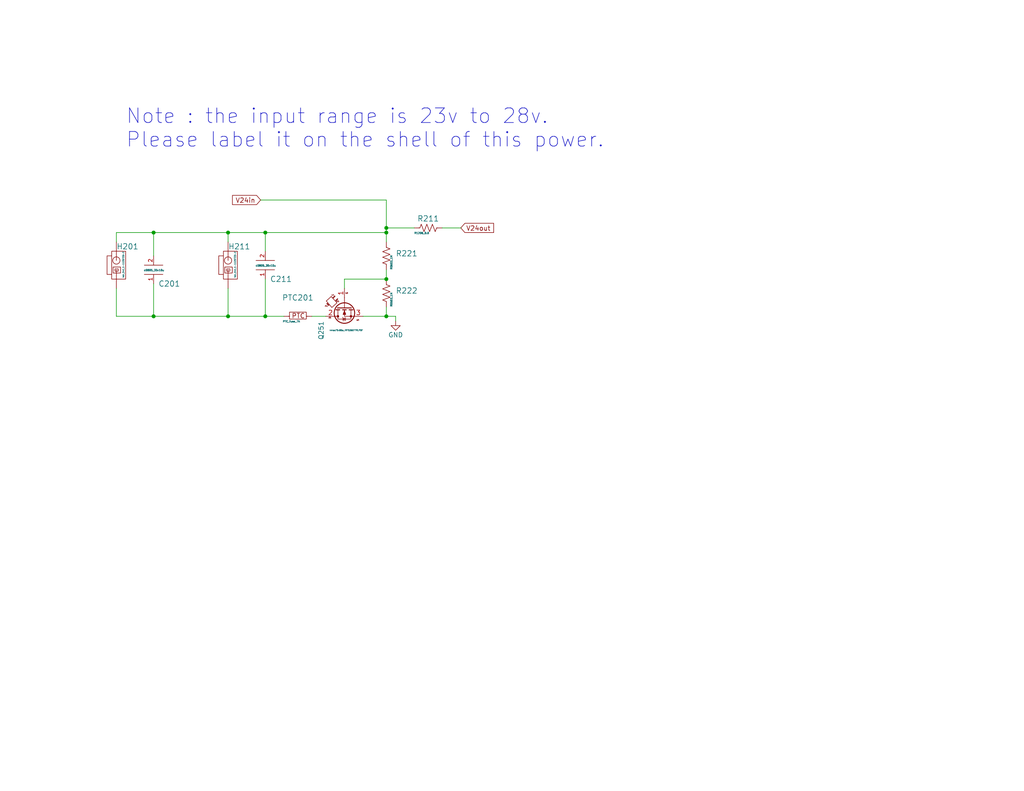
<source format=kicad_sch>
(kicad_sch (version 20211123) (generator eeschema)
  (paper "USLetter")
  (lib_symbols
    (symbol "1002_res:PTC_fuse_7A" (pin_numbers hide) (pin_names (offset 0))
      (property "Reference" "PTC" (at 2.667 -1.778 0))
      (property "Value" "PTC_fuse_7A" (at -1.778 -1.397 0))
      (symbol "PTC_fuse_7A_0_0"
        (polyline (pts (xy -2.286 0) (xy -2.286 1.016) (xy -2.286 1.143) (xy 2.286 1.143) (xy 2.286 -0.762) (xy -2.286 -0.762) (xy -2.286 0)))
        (text "PTC" (at 0.127 0.127 0) (effects (font (size 1.27 1.27))))
      )
      (symbol "PTC_fuse_7A_0_1"
        (polyline (pts (xy -2.286 0) (xy -2.54 0)))
        (polyline (pts (xy 2.286 0) (xy 2.54 0)))
      )
      (symbol "PTC_fuse_7A_1_1"
        (pin passive line (at -3.81 0 0) (length 1.27) (name "~") (number "1"))
        (pin passive line (at 3.81 0 180) (length 1.27) (name "~") (number "2"))
      )
    )
    (symbol "1002_res:R0603_1M" (pin_numbers hide) (pin_names (offset 0))
      (property "Reference" "R" (at 1.905 -1.397 0))
      (property "Value" "R0603_1M" (at -1.778 -1.397 0))
      (symbol "R0603_1M_0_1"
        (polyline (pts (xy -2.286 0) (xy -2.54 0)))
        (polyline (pts (xy 2.286 0) (xy 2.54 0)))
        (polyline (pts (xy -2.286 0) (xy -1.905 1.016) (xy -1.524 0) (xy -1.143 -1.016) (xy -0.762 0)))
        (polyline (pts (xy -0.762 0) (xy -0.381 1.016) (xy 0 0) (xy 0.381 -1.016) (xy 0.762 0)))
        (polyline (pts (xy 0.762 0) (xy 1.143 1.016) (xy 1.524 0) (xy 1.905 -1.016) (xy 2.286 0)))
      )
      (symbol "R0603_1M_1_1"
        (pin passive line (at -3.81 0 0) (length 1.27) (name "~") (number "1"))
        (pin passive line (at 3.81 0 180) (length 1.27) (name "~") (number "2"))
      )
    )
    (symbol "1002_res:R1206_0.0" (pin_numbers hide) (pin_names (offset 0))
      (property "Reference" "R" (at 1.905 -1.397 0))
      (property "Value" "R1206_0.0" (at -1.778 -1.397 0))
      (symbol "R1206_0.0_0_1"
        (polyline (pts (xy -2.286 0) (xy -2.54 0)))
        (polyline (pts (xy 2.286 0) (xy 2.54 0)))
        (polyline (pts (xy -2.286 0) (xy -1.905 1.016) (xy -1.524 0) (xy -1.143 -1.016) (xy -0.762 0)))
        (polyline (pts (xy -0.762 0) (xy -0.381 1.016) (xy 0 0) (xy 0.381 -1.016) (xy 0.762 0)))
        (polyline (pts (xy 0.762 0) (xy 1.143 1.016) (xy 1.524 0) (xy 1.905 -1.016) (xy 2.286 0)))
      )
      (symbol "R1206_0.0_1_1"
        (pin passive line (at -3.81 0 0) (length 1.27) (name "~") (number "1"))
        (pin passive line (at 3.81 0 180) (length 1.27) (name "~") (number "2"))
      )
    )
    (symbol "1003_cap:c0805_35v10u" (pin_names (offset 0.254))
      (property "Reference" "C" (at 1.27 -2.54 0))
      (property "Value" "c0805_35v10u" (at 0.127 -0.127 0))
      (symbol "c0805_35v10u_0_1"
        (polyline (pts (xy 2.54 -1.27) (xy -2.54 -1.27)))
        (polyline (pts (xy 2.54 1.27) (xy -2.54 1.27)))
      )
      (symbol "c0805_35v10u_1_1"
        (pin passive line (at 0 -3.81 90) (length 2.54) (name "~") (number "1"))
        (pin passive line (at 0 3.81 270) (length 2.54) (name "~") (number "2"))
      )
    )
    (symbol "1004_led_mos:nmosTO263_75v80A" (pin_names hide)
      (property "Reference" "Q" (at 5.08 6.35 0))
      (property "Value" "nmosTO263_75v80A" (at 6.35 -5.08 90))
      (symbol "nmosTO263_75v80A_0_0"
        (polyline (pts (xy -0.889 4.826) (xy -1.016 4.699)))
        (text "1" (at -3.302 3.175 0) (effects (font (size 0.5 0.5))))
        (text "2" (at -0.254 4.953 0) (effects (font (size 0.5 0.5))))
        (text "3" (at -1.524 1.778 0) (effects (font (size 0.5 0.5))))
        (text "D" (at 2.921 3.937 0) (effects (font (size 0.5 0.5))))
        (text "G" (at -3.81 -0.635 0) (effects (font (size 0.5 0.5))))
        (text "S" (at 3.556 -3.683 0) (effects (font (size 0.5 0.5))))
      )
      (symbol "nmosTO263_75v80A_0_1"
        (polyline (pts (xy 0.254 0) (xy -2.54 0)))
        (polyline (pts (xy 0.254 1.905) (xy 0.254 -1.905)) (stroke (width 0.254)))
        (polyline (pts (xy 0.762 -1.27) (xy 0.762 -2.286)) (stroke (width 0.254)))
        (polyline (pts (xy 0.762 0.508) (xy 0.762 -0.508)) (stroke (width 0.254)))
        (polyline (pts (xy 0.762 2.286) (xy 0.762 1.27)) (stroke (width 0.254)))
        (polyline (pts (xy 2.54 2.54) (xy 2.54 1.778)))
        (polyline (pts (xy 2.54 -2.54) (xy 2.54 0) (xy 0.762 0)))
        (polyline (pts (xy -2.54 3.175) (xy -3.048 2.667) (xy -2.921 2.54) (xy -2.413 3.048)))
        (polyline (pts (xy -1.778 2.413) (xy -2.286 1.905) (xy -2.159 1.778) (xy -1.651 2.286)))
        (polyline (pts (xy -1.016 4.699) (xy -0.508 4.191) (xy -0.381 4.318) (xy -0.889 4.826)))
        (polyline (pts (xy 0.762 -1.778) (xy 3.302 -1.778) (xy 3.302 1.778) (xy 0.762 1.778)))
        (polyline (pts (xy 1.016 0) (xy 2.032 0.381) (xy 2.032 -0.381) (xy 1.016 0)) (fill (type outline)))
        (polyline (pts (xy 2.794 0.508) (xy 2.921 0.381) (xy 3.683 0.381) (xy 3.81 0.254)))
        (polyline (pts (xy 3.302 0.381) (xy 2.921 -0.254) (xy 3.683 -0.254) (xy 3.302 0.381)))
        (polyline (pts (xy -2.794 3.556) (xy -1.143 2.032) (xy 0.127 3.429) (xy -1.651 4.953) (xy -2.794 3.683) (xy -2.921 3.556)))
        (circle (center 1.651 0) (radius 2.794) (stroke (width 0.254)))
        (circle (center 2.54 -1.778) (radius 0.254) (fill (type outline)))
        (circle (center 2.54 1.778) (radius 0.254) (fill (type outline)))
      )
      (symbol "nmosTO263_75v80A_1_1"
        (pin passive line (at -5.08 0 0) (length 2.54) (name "G") (number "1"))
        (pin passive line (at 2.54 5.08 270) (length 2.54) (name "D") (number "2"))
        (pin passive line (at 2.54 -5.08 90) (length 2.54) (name "S") (number "3"))
      )
    )
    (symbol "1008_hdr:hdr_2x1_1-1123723-2" (pin_numbers hide) (pin_names (offset 0))
      (property "Reference" "H" (at 3.81 2.667 0))
      (property "Value" "hdr_2x1_1-1123723-2" (at 0.127 -1.905 0))
      (symbol "hdr_2x1_1-1123723-2_0_1"
        (polyline (pts (xy -2.159 0.889) (xy -2.159 -1.143) (xy -0.508 -1.143) (xy -0.508 0.889) (xy -2.032 0.889)))
        (polyline (pts (xy -1.651 0.381) (xy -1.651 -0.508) (xy -1.016 -0.508) (xy -1.016 0.381) (xy -1.651 0.381)))
        (polyline (pts (xy -2.54 1.27) (xy -2.54 2.54) (xy 2.54 2.54) (xy 2.54 1.27) (xy -3.81 1.27) (xy -3.81 -2.54) (xy 3.81 -2.54) (xy 3.81 1.27) (xy 2.54 1.27)))
        (circle (center 1.27 0) (radius 0.9919))
      )
      (symbol "hdr_2x1_1-1123723-2_1_1"
        (pin passive line (at -6.35 0 0) (length 5.08) (name "~") (number "1"))
        (pin passive line (at 6.35 0 180) (length 5.08) (name "~") (number "2"))
      )
    )
    (symbol "power:GND" (power) (pin_names (offset 0))
      (property "Value" "GND" (at 0 -3.81 0))
      (symbol "GND_0_1"
        (polyline (pts (xy 0 0) (xy 0 -1.27) (xy 1.27 -1.27) (xy 0 -2.54) (xy -1.27 -1.27) (xy 0 -1.27)))
      )
      (symbol "GND_1_1"
        (pin power_in line (at 0 0 270) (length 0) hide (name "GND") (number "1"))
      )
    )
  )
  (junction (at 62.23 86.36))
  (junction (at 72.39 63.5))
  (junction (at 105.41 62.23))
  (junction (at 41.91 86.36))
  (junction (at 62.23 63.5))
  (junction (at 41.91 63.5))
  (junction (at 105.41 76.2))
  (junction (at 72.39 86.36))
  (junction (at 105.41 86.36))
  (junction (at 105.41 63.5))
  (wire (pts (xy 41.91 63.5) (xy 62.23 63.5)))
  (wire (pts (xy 41.91 63.5) (xy 41.91 69.85)))
  (wire (pts (xy 120.65 62.23) (xy 125.73 62.23)))
  (wire (pts (xy 107.95 87.63) (xy 107.95 86.36)))
  (wire (pts (xy 41.91 77.47) (xy 41.91 86.36)))
  (wire (pts (xy 105.41 63.5) (xy 105.41 66.04)))
  (wire (pts (xy 62.23 63.5) (xy 62.23 66.04)))
  (wire (pts (xy 31.75 86.36) (xy 41.91 86.36)))
  (wire (pts (xy 113.03 62.23) (xy 105.41 62.23)))
  (wire (pts (xy 72.39 63.5) (xy 105.41 63.5)))
  (wire (pts (xy 105.41 54.61) (xy 71.12 54.61)))
  (wire (pts (xy 62.23 86.36) (xy 72.39 86.36)))
  (wire (pts (xy 31.75 78.74) (xy 31.75 86.36)))
  (wire (pts (xy 107.95 86.36) (xy 105.41 86.36)))
  (wire (pts (xy 93.98 76.2) (xy 105.41 76.2)))
  (wire (pts (xy 93.98 78.74) (xy 93.98 76.2)))
  (wire (pts (xy 31.75 63.5) (xy 41.91 63.5)))
  (wire (pts (xy 105.41 83.82) (xy 105.41 86.36)))
  (wire (pts (xy 72.39 76.2) (xy 72.39 86.36)))
  (wire (pts (xy 72.39 86.36) (xy 77.47 86.36)))
  (wire (pts (xy 72.39 68.58) (xy 72.39 63.5)))
  (wire (pts (xy 62.23 78.74) (xy 62.23 86.36)))
  (wire (pts (xy 105.41 62.23) (xy 105.41 63.5)))
  (wire (pts (xy 105.41 73.66) (xy 105.41 76.2)))
  (wire (pts (xy 105.41 86.36) (xy 99.06 86.36)))
  (wire (pts (xy 105.41 54.61) (xy 105.41 62.23)))
  (wire (pts (xy 62.23 63.5) (xy 72.39 63.5)))
  (wire (pts (xy 31.75 66.04) (xy 31.75 63.5)))
  (wire (pts (xy 41.91 86.36) (xy 62.23 86.36)))
  (wire (pts (xy 85.09 86.36) (xy 88.9 86.36)))
  (text "Note : the input range is 23v to 28v.\nPlease label it on the shell of this power." (at 34.29 40.64 0) (effects (font (size 4 4)) (justify left bottom)))
  (global_label "V24in" (shape input) (at 71.12 54.61 180) (property "Intersheet References" "${INTERSHEET_REFS}" (effects hide)))
  (global_label "V24out" (shape input) (at 125.73 62.23 0) (property "Intersheet References" "${INTERSHEET_REFS}" (effects hide)))
  (symbol (lib_id "power:GND") (at 107.95 87.63 0) (unit 1)
    (property "Reference" "#PWR0113" (effects hide))
    (property "Value" "GND" (at 107.95 91.44 0))
  )
  (symbol (lib_id "1002_res:R1206_0.0") (at 116.84 62.23 0) (unit 1)
    (property "Reference" "R211" (at 116.84 59.69 0) (effects (font (size 1.5 1.5))))
    (property "Value" "R1206_0.0" (at 115.062 63.627 0) (effects (font (size 0.5 0.5))))
    (property "Footprint" "02_dyn_pcblib:R1206mix0603" (effects hide))
    (property "PartNum" "RC1206FR-070RL" (effects hide))
    (property "PartDesc" "0 Ohms Jumper 0.25W, 1/4W Chip Resistor 1206 (3216 Metric) Moisture Resistant Thick Film" (effects hide))
  )
  (symbol (lib_id "1002_res:R0603_1M") (at 105.41 69.85 90) (unit 1)
    (property "Reference" "R221" (at 107.95 69.215 90) (effects (font (size 1.5 1.5)) (justify right)))
    (property "Value" "R0603_1M" (at 106.807 71.628 0) (effects (font (size 0.5 0.5))))
    (property "Footprint" "02_dyn_pcblib:C0603" (effects hide))
    (property "PartNum" "ERJ-U03F1004V" (effects hide))
    (property "PartDesc" "1 MOhms ±1% 0.1W, 1/10W Chip Resistor 0603 (1608 Metric) Anti-Sulfur, Automotive AEC-Q200 Thick Film" (effects hide))
  )
  (symbol (lib_id "1002_res:R0603_1M") (at 105.41 80.01 90) (unit 1)
    (property "Reference" "R222" (at 107.95 79.375 90) (effects (font (size 1.5 1.5)) (justify right)))
    (property "Value" "R0603_1M" (at 106.807 81.788 0) (effects (font (size 0.5 0.5))))
    (property "Footprint" "02_dyn_pcblib:C0603" (effects hide))
    (property "PartNum" "ERJ-U03F1004V" (effects hide))
    (property "PartDesc" "1 MOhms ±1% 0.1W, 1/10W Chip Resistor 0603 (1608 Metric) Anti-Sulfur, Automotive AEC-Q200 Thick Film" (effects hide))
  )
  (symbol (lib_id "1003_cap:c0805_35v10u") (at 72.39 72.39 0) (unit 1)
    (property "Reference" "C211" (at 73.66 76.2 0) (effects (font (size 1.5 1.5)) (justify left)))
    (property "Value" "c0805_35v10u" (at 72.517 72.517 0) (effects (font (size 0.5 0.5))))
    (property "Footprint" "02_dyn_pcblib:C0805mix0603" (effects hide))
    (property "PartNum" "C2012X5R1V106M085AC" (effects hide))
  )
  (symbol (lib_id "1008_hdr:hdr_2x1_1-1123723-2") (at 62.23 72.39 90) (unit 1)
    (property "Reference" "H211" (at 62.23 67.31 90) (effects (font (size 1.5 1.5)) (justify right)))
    (property "Value" "hdr_2x1_1-1123723-2" (at 64.135 72.263 0) (effects (font (size 0.4 0.4))))
    (property "Footprint" "02_dyn_pcblib:hdr_2x1_1-1123723-2" (effects hide))
    (property "PartNum" "1-1123723-2" (effects hide))
    (property "PartDesc" "Connector Header Through Hole 2 position 0.156\" (3.96mm)" (effects hide))
  )
  (symbol (lib_id "1008_hdr:hdr_2x1_1-1123723-2") (at 31.75 72.39 90) (unit 1)
    (property "Reference" "H201" (at 31.75 67.31 90) (effects (font (size 1.5 1.5)) (justify right)))
    (property "Value" "hdr_2x1_1-1123723-2" (at 33.655 72.263 0) (effects (font (size 0.4 0.4))))
    (property "Footprint" "02_dyn_pcblib:hdr_2x1_1-1123723-2" (effects hide))
    (property "PartNum" "1-1123723-2" (effects hide))
    (property "PartDesc" "Connector Header Through Hole 2 position 0.156\" (3.96mm)" (effects hide))
  )
  (symbol (lib_id "1004_led_mos:nmosTO263_75v80A") (at 93.98 83.82 90) (mirror x) (unit 1)
    (property "Reference" "Q251" (at 87.63 87.63 0) (effects (justify left)))
    (property "Value" "nmos75v80a_IRFS3607TRLPBF" (at 99.06 90.17 90) (effects (font (size 0.4 0.4)) (justify left)))
    (property "Footprint" "02_dyn_pcblib:d2pak_TO263" (effects hide))
    (property "Datasheet" "https://www.digikey.com/en/products/detail/infineon-technologies/IRFS3607TRLPBF/1925392" (effects hide))
    (property "PartNum" "IRFS3607TRLPBF" (effects hide))
    (property "PartDesc" "N-Channel 75 V 80A (Tc) 140W (Tc) Surface Mount D2PAK" (effects hide))
  )
  (symbol (lib_id "1002_res:PTC_fuse_7A") (at 81.28 86.36 0) (unit 1)
    (property "Reference" "PTC201" (at 81.28 81.28 0) (effects (font (size 1.5 1.5))))
    (property "Value" "PTC_fuse_7A" (at 79.502 87.757 0) (effects (font (size 0.5 0.5))))
    (property "Footprint" "02_dyn_pcblib:ptc_fuse_2920" (effects hide))
    (property "PartNum" "2920L700/12MR" (effects hide))
    (property "PartDesc" "Polymeric PTC Resettable Fuse 12V 7 A Ih Surface Mount 2920 (7351 Metric), Concave" (effects hide))
  )
  (symbol (lib_id "1003_cap:c0805_35v10u") (at 41.91 73.66 0) (unit 1)
    (property "Reference" "C201" (at 43.18 77.47 0) (effects (font (size 1.5 1.5)) (justify left)))
    (property "Value" "c0805_35v10u" (at 42.037 73.787 0) (effects (font (size 0.5 0.5))))
    (property "Footprint" "02_dyn_pcblib:C0805mix0603" (effects hide))
    (property "PartNum" "C2012X5R1V106M085AC" (effects hide))
  )
)
</source>
